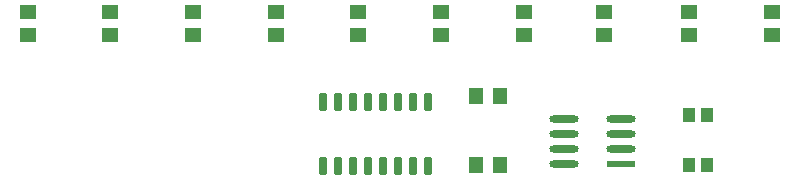
<source format=gtp>
G04*
G04 #@! TF.GenerationSoftware,Altium Limited,Altium Designer,21.3.2 (30)*
G04*
G04 Layer_Color=8421504*
%FSLAX44Y44*%
%MOMM*%
G71*
G04*
G04 #@! TF.SameCoordinates,17D3A228-CD5A-42E2-9B72-4466C132A87E*
G04*
G04*
G04 #@! TF.FilePolarity,Positive*
G04*
G01*
G75*
%ADD14R,1.0000X1.3000*%
%ADD15R,1.2000X1.4500*%
%ADD16R,1.4500X1.2000*%
%ADD17R,2.4692X0.6221*%
G04:AMPARAMS|DCode=18|XSize=2.4692mm|YSize=0.6221mm|CornerRadius=0.3111mm|HoleSize=0mm|Usage=FLASHONLY|Rotation=180.000|XOffset=0mm|YOffset=0mm|HoleType=Round|Shape=RoundedRectangle|*
%AMROUNDEDRECTD18*
21,1,2.4692,0.0000,0,0,180.0*
21,1,1.8470,0.6221,0,0,180.0*
1,1,0.6221,-0.9235,0.0000*
1,1,0.6221,0.9235,0.0000*
1,1,0.6221,0.9235,0.0000*
1,1,0.6221,-0.9235,0.0000*
%
%ADD18ROUNDEDRECTD18*%
G04:AMPARAMS|DCode=19|XSize=0.6mm|YSize=1.45mm|CornerRadius=0.051mm|HoleSize=0mm|Usage=FLASHONLY|Rotation=0.000|XOffset=0mm|YOffset=0mm|HoleType=Round|Shape=RoundedRectangle|*
%AMROUNDEDRECTD19*
21,1,0.6000,1.3480,0,0,0.0*
21,1,0.4980,1.4500,0,0,0.0*
1,1,0.1020,0.2490,-0.6740*
1,1,0.1020,-0.2490,-0.6740*
1,1,0.1020,-0.2490,0.6740*
1,1,0.1020,0.2490,0.6740*
%
%ADD19ROUNDEDRECTD19*%
D14*
X610000Y30000D02*
D03*
X625000D02*
D03*
X610000Y72275D02*
D03*
X625000D02*
D03*
D15*
X450000Y88668D02*
D03*
X430000D02*
D03*
X450000Y30000D02*
D03*
X430000D02*
D03*
D16*
X680000Y140000D02*
D03*
Y160000D02*
D03*
X50000Y140000D02*
D03*
Y160000D02*
D03*
X120000Y140000D02*
D03*
Y160000D02*
D03*
X190000Y140000D02*
D03*
Y160000D02*
D03*
X260000Y140000D02*
D03*
Y160000D02*
D03*
X538181Y140000D02*
D03*
Y160000D02*
D03*
X610000Y140000D02*
D03*
Y160000D02*
D03*
X400000Y140000D02*
D03*
Y160000D02*
D03*
X470000Y140000D02*
D03*
Y160000D02*
D03*
X330000Y140000D02*
D03*
Y160000D02*
D03*
D17*
X552188Y30950D02*
D03*
D18*
Y43650D02*
D03*
Y56350D02*
D03*
Y69050D02*
D03*
X503917D02*
D03*
Y56350D02*
D03*
Y43650D02*
D03*
Y30950D02*
D03*
D19*
X388899Y83492D02*
D03*
X376199D02*
D03*
X363499D02*
D03*
X350799D02*
D03*
X338099D02*
D03*
X325399D02*
D03*
X312699D02*
D03*
X299999D02*
D03*
X388899Y28993D02*
D03*
X376199D02*
D03*
X363499D02*
D03*
X350799D02*
D03*
X338099D02*
D03*
X325399D02*
D03*
X312699D02*
D03*
X299999D02*
D03*
M02*

</source>
